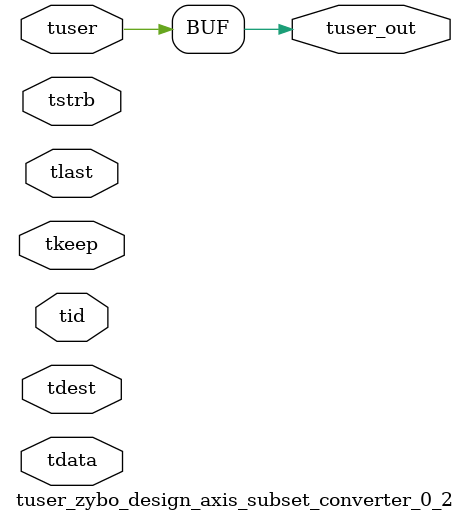
<source format=v>


`timescale 1ps/1ps

module tuser_zybo_design_axis_subset_converter_0_2 #
(
parameter C_S_AXIS_TUSER_WIDTH = 1,
parameter C_S_AXIS_TDATA_WIDTH = 32,
parameter C_S_AXIS_TID_WIDTH   = 0,
parameter C_S_AXIS_TDEST_WIDTH = 0,
parameter C_M_AXIS_TUSER_WIDTH = 1
)
(
input  [(C_S_AXIS_TUSER_WIDTH == 0 ? 1 : C_S_AXIS_TUSER_WIDTH)-1:0     ] tuser,
input  [(C_S_AXIS_TDATA_WIDTH == 0 ? 1 : C_S_AXIS_TDATA_WIDTH)-1:0     ] tdata,
input  [(C_S_AXIS_TID_WIDTH   == 0 ? 1 : C_S_AXIS_TID_WIDTH)-1:0       ] tid,
input  [(C_S_AXIS_TDEST_WIDTH == 0 ? 1 : C_S_AXIS_TDEST_WIDTH)-1:0     ] tdest,
input  [(C_S_AXIS_TDATA_WIDTH/8)-1:0 ] tkeep,
input  [(C_S_AXIS_TDATA_WIDTH/8)-1:0 ] tstrb,
input                                                                    tlast,
output [C_M_AXIS_TUSER_WIDTH-1:0] tuser_out
);

assign tuser_out = {tuser[0:0]};

endmodule


</source>
